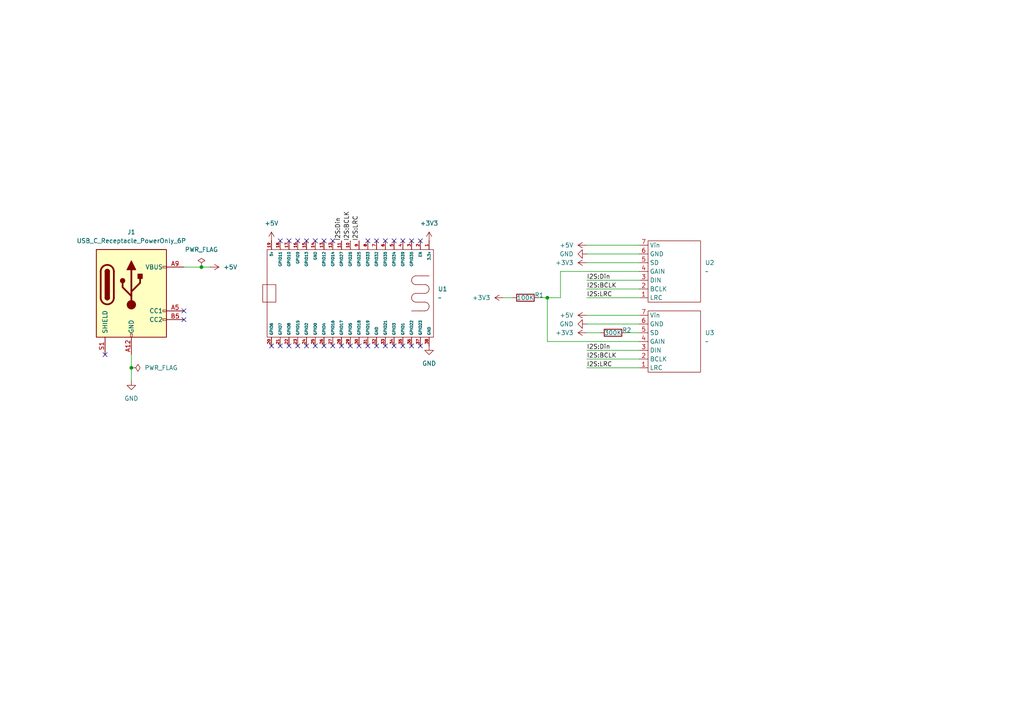
<source format=kicad_sch>
(kicad_sch (version 20250114) (generator "eeschema") (generator_version "9.0")
  (paper "A4")
  (lib_symbols
    (symbol "Connector:USB_C_Receptacle_PowerOnly_6P" (pin_names (offset 1.016))
      (property "Reference" "J" (at 0 16.51 0))
      (property "Value" "USB_C_Receptacle_PowerOnly_6P" (at 0 13.97 0))
      (symbol "USB_C_Receptacle_PowerOnly_6P_0_0"
        (rectangle (start -0.254 -12.7) (end 0.254 -11.684))
        (rectangle (start 10.16 7.874) (end 9.144 7.366))
        (rectangle (start 10.16 -4.826) (end 9.144 -5.334))
        (rectangle (start 10.16 -7.366) (end 9.144 -7.874))
      )
      (symbol "USB_C_Receptacle_PowerOnly_6P_0_1"
        (rectangle (start -10.16 12.7) (end 10.16 -12.7) (stroke (width 0.254)) (fill (type background)))
        (polyline (pts (xy -8.89 -1.27) (xy -8.89 6.35)) (stroke (width 0.508)))
        (rectangle (start -7.62 -1.27) (end -6.35 6.35) (stroke (width 0.254)) (fill (type outline)))
        (arc (start -7.62 6.35) (mid -6.985 6.9823) (end -6.35 6.35) (stroke (width 0.254)))
        (arc (start -7.62 6.35) (mid -6.985 6.9823) (end -6.35 6.35) (stroke (width 0.254)) (fill (type outline)))
        (arc (start -8.89 6.35) (mid -6.985 8.2467) (end -5.08 6.35) (stroke (width 0.508)))
        (arc (start -5.08 -1.27) (mid -6.985 -3.1667) (end -8.89 -1.27) (stroke (width 0.508)))
        (arc (start -6.35 -1.27) (mid -6.985 -1.9023) (end -7.62 -1.27) (stroke (width 0.254)))
        (arc (start -6.35 -1.27) (mid -6.985 -1.9023) (end -7.62 -1.27) (stroke (width 0.254)) (fill (type outline)))
        (polyline (pts (xy -5.08 6.35) (xy -5.08 -1.27)) (stroke (width 0.508)))
        (circle (center -2.54 3.683) (radius 0.635) (stroke (width 0.254)) (fill (type outline)))
        (polyline (pts (xy -1.27 6.858) (xy 0 9.398) (xy 1.27 6.858) (xy -1.27 6.858)) (stroke (width 0.254)) (fill (type outline)))
        (polyline (pts (xy 0 0.508) (xy 2.54 3.048) (xy 2.54 4.318)) (stroke (width 0.508)))
        (polyline (pts (xy 0 -0.762) (xy -2.54 1.778) (xy -2.54 3.048)) (stroke (width 0.508)))
        (polyline (pts (xy 0 -3.302) (xy 0 6.858)) (stroke (width 0.508)))
        (circle (center 0 -3.302) (radius 1.27) (fill (type outline)))
        (rectangle (start 1.905 4.318) (end 3.175 5.588) (stroke (width 0.254)) (fill (type outline)))
      )
      (symbol "USB_C_Receptacle_PowerOnly_6P_1_1"
        (pin passive line (at -7.62 -17.78 90) (length 5.08) (name "SHIELD") (number "S1"))
        (pin passive line (at 0 -17.78 90) (length 5.08) (name "GND") (number "A12"))
        (pin passive line (at 0 -17.78 90) (length 5.08) (hide yes) (name "GND") (number "B12"))
        (pin passive line (at 15.24 7.62 180) (length 5.08) (name "VBUS") (number "A9"))
        (pin passive line (at 15.24 7.62 180) (length 5.08) (hide yes) (name "VBUS") (number "B9"))
        (pin bidirectional line (at 15.24 -5.08 180) (length 5.08) (name "CC1") (number "A5"))
        (pin bidirectional line (at 15.24 -7.62 180) (length 5.08) (name "CC2") (number "B5"))
      )
    )
    (symbol "Device:R" (pin_numbers (hide yes)) (pin_names (offset 0))
      (property "Reference" "R" (at 2.032 0 90))
      (property "Value" "R" (at 0 0 90))
      (symbol "R_0_1"
        (rectangle (start -1.016 -2.54) (end 1.016 2.54) (stroke (width 0.254)))
      )
      (symbol "R_1_1"
        (pin passive line (at 0 3.81 270) (length 1.27) (name "~") (number "1"))
        (pin passive line (at 0 -3.81 90) (length 1.27) (name "~") (number "2"))
      )
    )
    (symbol "esp32:ESP32_38Pin"
      (property "Reference" "U" (at 0 0 0))
      (symbol "ESP32_38Pin_0_1"
        (rectangle (start -24.13 12.7) (end 24.13 -12.7))
        (polyline (pts (xy -21.59 5.08) (xy -20.32 5.08)))
        (polyline (pts (xy -21.59 2.54) (xy -20.32 2.54)))
        (polyline (pts (xy -21.59 0) (xy -20.32 0)))
        (polyline (pts (xy -21.59 -2.54) (xy -20.32 -2.54)))
        (arc (start -21.5975 2.5325) (mid -22.4933 2.9067) (end -22.8675 3.8025))
        (arc (start -21.5975 -2.5475) (mid -22.4933 -2.1733) (end -22.8675 -1.2775))
        (arc (start -22.86 3.81) (mid -22.4873 4.7073) (end -21.59 5.08))
        (arc (start -22.86 -1.27) (mid -22.4873 -0.3727) (end -21.59 0))
        (polyline (pts (xy -20.32 5.08) (xy -17.78 5.08)))
        (polyline (pts (xy -20.32 -5.08) (xy -22.86 -5.08)))
        (arc (start -17.7775 1.2675) (mid -18.1502 0.3702) (end -19.0475 -0.0025))
        (arc (start -17.7775 -3.8125) (mid -18.1502 -4.7098) (end -19.0475 -5.0825))
        (arc (start -19.04 2.545) (mid -18.1442 2.1708) (end -17.77 1.275))
        (arc (start -19.04 -2.535) (mid -18.1442 -2.9092) (end -17.77 -3.805))
        (polyline (pts (xy -19.0475 2.5375) (xy -20.3175 2.5375)))
        (polyline (pts (xy -19.0475 -0.0025) (xy -20.3175 -0.0025)))
        (polyline (pts (xy -19.0475 -2.5425) (xy -20.3175 -2.5425)))
        (polyline (pts (xy -19.0475 -5.0825) (xy -20.3175 -5.0825)))
        (rectangle (start 21.59 2.54) (end 25.4 -2.54))
      )
      (symbol "ESP32_38Pin_1_1"
        (pin power_in line (at -22.86 15.24 270) (length 2.54) (name "GND") (number "38"))
        (pin power_out line (at -22.86 -15.24 90) (length 2.54) (name "3.3v") (number "1"))
        (pin bidirectional line (at -20.32 15.24 270) (length 2.54) (name "GPIO23") (number "37"))
        (pin bidirectional line (at -20.32 -15.24 90) (length 2.54) (name "EN") (number "2"))
        (pin bidirectional line (at -17.78 15.24 270) (length 2.54) (name "GPIO22") (number "36"))
        (pin bidirectional line (at -17.78 -15.24 90) (length 2.54) (name "GPIO36") (number "3"))
        (pin bidirectional line (at -15.24 15.24 270) (length 2.54) (name "GPIO1") (number "35"))
        (pin bidirectional line (at -15.24 -15.24 90) (length 2.54) (name "GPIO39") (number "4"))
        (pin bidirectional line (at -12.7 15.24 270) (length 2.54) (name "GPIO3") (number "34"))
        (pin bidirectional line (at -12.7 -15.24 90) (length 2.54) (name "GPIO34") (number "5"))
        (pin bidirectional line (at -10.16 15.24 270) (length 2.54) (name "GPIO21") (number "33"))
        (pin bidirectional line (at -10.16 -15.24 90) (length 2.54) (name "GPIO35") (number "6"))
        (pin power_in line (at -7.62 15.24 270) (length 2.54) (name "GND") (number "32"))
        (pin bidirectional line (at -7.62 -15.24 90) (length 2.54) (name "GPIO32") (number "7"))
        (pin bidirectional line (at -5.08 15.24 270) (length 2.54) (name "GPIO19") (number "31"))
        (pin bidirectional line (at -5.08 -15.24 90) (length 2.54) (name "GPIO33") (number "8"))
        (pin bidirectional line (at -2.54 15.24 270) (length 2.54) (name "GPIO18") (number "30"))
        (pin bidirectional line (at -2.54 -15.24 90) (length 2.54) (name "GPIO25") (number "9"))
        (pin bidirectional line (at 0 15.24 270) (length 2.54) (name "GPIO5") (number "29"))
        (pin bidirectional line (at 0 -15.24 90) (length 2.54) (name "GPIO26") (number "10"))
        (pin bidirectional line (at 2.54 15.24 270) (length 2.54) (name "GPIO17") (number "28"))
        (pin bidirectional line (at 2.54 -15.24 90) (length 2.54) (name "GPIO27") (number "11"))
        (pin bidirectional line (at 5.08 15.24 270) (length 2.54) (name "GPIO16") (number "27"))
        (pin bidirectional line (at 5.08 -15.24 90) (length 2.54) (name "GPIO14") (number "12"))
        (pin bidirectional line (at 7.62 15.24 270) (length 2.54) (name "GPIO4") (number "26"))
        (pin bidirectional line (at 7.62 -15.24 90) (length 2.54) (name "GPIO12") (number "13"))
        (pin bidirectional line (at 10.16 15.24 270) (length 2.54) (name "GPIO0") (number "25"))
        (pin power_in line (at 10.16 -15.24 90) (length 2.54) (name "GND") (number "14"))
        (pin bidirectional line (at 12.7 15.24 270) (length 2.54) (name "GPIO2") (number "24"))
        (pin bidirectional line (at 12.7 -15.24 90) (length 2.54) (name "GPIO13") (number "15"))
        (pin bidirectional line (at 15.24 15.24 270) (length 2.54) (name "GPIO15") (number "23"))
        (pin bidirectional line (at 15.24 -15.24 90) (length 2.54) (name "GPIO9") (number "16"))
        (pin bidirectional line (at 17.78 15.24 270) (length 2.54) (name "GPIO8") (number "22"))
        (pin bidirectional line (at 17.78 -15.24 90) (length 2.54) (name "GPIO10") (number "17"))
        (pin bidirectional line (at 20.32 15.24 270) (length 2.54) (name "GPIO7") (number "21"))
        (pin bidirectional line (at 20.32 -15.24 90) (length 2.54) (name "GPIO11") (number "18"))
        (pin bidirectional line (at 22.86 15.24 270) (length 2.54) (name "GPIO6") (number "20"))
        (pin power_in line (at 22.86 -15.24 90) (length 2.54) (name "5v") (number "19"))
      )
    )
    (symbol "max98357:max98357a"
      (property "Reference" "U" (at 1.524 2.794 0))
      (symbol "max98357a_0_1"
        (rectangle (start 0 0) (end 15.24 -17.78))
      )
      (symbol "max98357a_1_1"
        (pin input line (at -2.54 -1.27 0) (length 2.54) (name "Vin") (number "7"))
        (pin input line (at -2.54 -3.81 0) (length 2.54) (name "GND") (number "6"))
        (pin input line (at -2.54 -6.35 0) (length 2.54) (name "SD") (number "5"))
        (pin input line (at -2.54 -8.89 0) (length 2.54) (name "GAIN") (number "4"))
        (pin input line (at -2.54 -11.43 0) (length 2.54) (name "DIN") (number "3"))
        (pin input line (at -2.54 -13.97 0) (length 2.54) (name "BCLK") (number "2"))
        (pin input line (at -2.54 -16.51 0) (length 2.54) (name "LRC") (number "1"))
      )
    )
    (symbol "power:+3V3" (power) (pin_numbers (hide yes)) (pin_names (offset 0) (hide yes))
      (property "Value" "+3V3" (at 0 3.556 0))
      (symbol "+3V3_0_1"
        (polyline (pts (xy -0.762 1.27) (xy 0 2.54)))
        (polyline (pts (xy 0 2.54) (xy 0.762 1.27)))
        (polyline (pts (xy 0 0) (xy 0 2.54)))
      )
      (symbol "+3V3_1_1"
        (pin power_in line (at 0 0 90) (length 0) (name "~") (number "1"))
      )
    )
    (symbol "power:+5V" (power) (pin_numbers (hide yes)) (pin_names (offset 0) (hide yes))
      (property "Value" "+5V" (at 0 3.556 0))
      (symbol "+5V_0_1"
        (polyline (pts (xy -0.762 1.27) (xy 0 2.54)))
        (polyline (pts (xy 0 2.54) (xy 0.762 1.27)))
        (polyline (pts (xy 0 0) (xy 0 2.54)))
      )
      (symbol "+5V_1_1"
        (pin power_in line (at 0 0 90) (length 0) (name "~") (number "1"))
      )
    )
    (symbol "power:GND" (power) (pin_numbers (hide yes)) (pin_names (offset 0) (hide yes))
      (property "Value" "GND" (at 0 -3.81 0))
      (symbol "GND_0_1"
        (polyline (pts (xy 0 0) (xy 0 -1.27) (xy 1.27 -1.27) (xy 0 -2.54) (xy -1.27 -1.27) (xy 0 -1.27)))
      )
      (symbol "GND_1_1"
        (pin power_in line (at 0 0 270) (length 0) (name "~") (number "1"))
      )
    )
    (symbol "power:PWR_FLAG" (power) (pin_numbers (hide yes)) (pin_names (offset 0) (hide yes))
      (property "Value" "PWR_FLAG" (at 0 3.81 0))
      (symbol "PWR_FLAG_0_0"
        (pin power_out line (at 0 0 90) (length 0) (name "~") (number "1"))
      )
      (symbol "PWR_FLAG_0_1"
        (polyline (pts (xy 0 0) (xy 0 1.27) (xy -1.016 1.905) (xy 0 2.54) (xy 1.016 1.905) (xy 0 1.27)))
      )
    )
  )
  (junction (at 38.1 106.68))
  (junction (at 158.75 86.36))
  (junction (at 58.42 77.47))
  (no_connect (at 88.9 100.33))
  (no_connect (at 83.82 69.85))
  (no_connect (at 86.36 69.85))
  (no_connect (at 83.82 100.33))
  (no_connect (at 53.34 92.71))
  (no_connect (at 91.44 69.85))
  (no_connect (at 121.92 69.85))
  (no_connect (at 93.98 100.33))
  (no_connect (at 111.76 69.85))
  (no_connect (at 96.52 69.85))
  (no_connect (at 111.76 100.33))
  (no_connect (at 109.22 100.33))
  (no_connect (at 104.14 100.33))
  (no_connect (at 91.44 100.33))
  (no_connect (at 101.6 100.33))
  (no_connect (at 106.68 69.85))
  (no_connect (at 86.36 100.33))
  (no_connect (at 109.22 69.85))
  (no_connect (at 96.52 100.33))
  (no_connect (at 116.84 100.33))
  (no_connect (at 119.38 69.85))
  (no_connect (at 106.68 100.33))
  (no_connect (at 99.06 100.33))
  (no_connect (at 88.9 69.85))
  (no_connect (at 81.28 100.33))
  (no_connect (at 78.74 100.33))
  (no_connect (at 114.3 69.85))
  (no_connect (at 121.92 100.33))
  (no_connect (at 30.48 102.87))
  (no_connect (at 114.3 100.33))
  (no_connect (at 81.28 69.85))
  (no_connect (at 119.38 100.33))
  (no_connect (at 116.84 69.85))
  (no_connect (at 53.34 90.17))
  (no_connect (at 93.98 69.85))
  (wire (pts (xy 38.1 102.87) (xy 38.1 106.68)))
  (wire (pts (xy 170.18 71.12) (xy 185.42 71.12)))
  (wire (pts (xy 162.56 86.36) (xy 162.56 78.74)))
  (wire (pts (xy 156.21 86.36) (xy 158.75 86.36)))
  (wire (pts (xy 38.1 106.68) (xy 38.1 110.49)))
  (wire (pts (xy 170.18 91.44) (xy 185.42 91.44)))
  (wire (pts (xy 170.18 106.68) (xy 185.42 106.68)))
  (wire (pts (xy 58.42 77.47) (xy 60.96 77.47)))
  (wire (pts (xy 170.18 93.98) (xy 185.42 93.98)))
  (wire (pts (xy 158.75 99.06) (xy 158.75 86.36)))
  (wire (pts (xy 158.75 86.36) (xy 162.56 86.36)))
  (wire (pts (xy 170.18 81.28) (xy 185.42 81.28)))
  (wire (pts (xy 185.42 76.2) (xy 170.18 76.2)))
  (wire (pts (xy 146.05 86.36) (xy 148.59 86.36)))
  (wire (pts (xy 170.18 83.82) (xy 185.42 83.82)))
  (wire (pts (xy 170.18 96.52) (xy 173.99 96.52)))
  (wire (pts (xy 170.18 101.6) (xy 185.42 101.6)))
  (wire (pts (xy 170.18 104.14) (xy 185.42 104.14)))
  (wire (pts (xy 158.75 99.06) (xy 185.42 99.06)))
  (wire (pts (xy 53.34 77.47) (xy 58.42 77.47)))
  (wire (pts (xy 170.18 86.36) (xy 185.42 86.36)))
  (wire (pts (xy 181.61 96.52) (xy 185.42 96.52)))
  (wire (pts (xy 170.18 73.66) (xy 185.42 73.66)))
  (wire (pts (xy 162.56 78.74) (xy 185.42 78.74)))
  (label "I2S:LRC" (at 104.14 69.85 90))
  (label "I2S:LRC" (at 170.18 86.36 0))
  (label "I2S:Din" (at 99.06 69.85 90))
  (label "I2S:BCLK" (at 170.18 83.82 0))
  (label "I2S:BCLK" (at 170.18 104.14 0))
  (label "I2S:Din" (at 170.18 101.6 0))
  (label "I2S:BCLK" (at 101.6 69.85 90))
  (label "I2S:Din" (at 170.18 81.28 0))
  (label "I2S:LRC" (at 170.18 106.68 0))
  (symbol (lib_id "max98357:max98357a") (at 187.96 90.17 0) (unit 1)
    (property "Reference" "U3" (at 204.47 96.5199 0) (effects (justify left)))
    (property "Value" "~" (at 204.47 99.0599 0) (effects (justify left)))
    (property "Footprint" "my_footprints:max98357" (effects (hide yes)))
  )
  (symbol (lib_id "power:+5V") (at 60.96 77.47 270) (unit 1)
    (property "Reference" "#PWR011" (effects (hide yes)))
    (property "Value" "+5V" (at 64.77 77.4699 90) (effects (justify left)))
    (property "Description" "Power symbol creates a global label with name \"+5V\"" (effects (hide yes)))
  )
  (symbol (lib_id "power:PWR_FLAG") (at 58.42 77.47 0) (unit 1)
    (property "Reference" "#FLG03" (effects (hide yes)))
    (property "Value" "PWR_FLAG" (at 58.42 72.39 0))
    (property "Description" "Special symbol for telling ERC where power comes from" (effects (hide yes)))
  )
  (symbol (lib_id "power:GND") (at 124.46 100.33 0) (unit 1)
    (property "Reference" "#PWR06" (effects (hide yes)))
    (property "Value" "GND" (at 124.46 105.41 0))
    (property "Description" "Power symbol creates a global label with name \"GND\" , ground" (effects (hide yes)))
  )
  (symbol (lib_id "power:+5V") (at 78.74 69.85 0) (unit 1)
    (property "Reference" "#PWR04" (effects (hide yes)))
    (property "Value" "+5V" (at 78.74 64.77 0))
    (property "Description" "Power symbol creates a global label with name \"+5V\"" (effects (hide yes)))
  )
  (symbol (lib_id "Device:R") (at 177.8 96.52 90) (unit 1)
    (property "Reference" "R2" (at 183.134 95.758 90) (effects (justify left)))
    (property "Value" "300K" (at 180.34 96.52 90) (effects (justify left)))
    (property "Footprint" "Resistor_SMD:R_0805_2012Metric" (effects (hide yes)))
    (property "Description" "Resistor" (effects (hide yes)))
  )
  (symbol (lib_id "power:+5V") (at 170.18 71.12 90) (unit 1)
    (property "Reference" "#PWR02" (effects (hide yes)))
    (property "Value" "+5V" (at 166.37 71.1199 90) (effects (justify left)))
    (property "Description" "Power symbol creates a global label with name \"+5V\"" (effects (hide yes)))
  )
  (symbol (lib_id "power:GND") (at 170.18 73.66 270) (unit 1)
    (property "Reference" "#PWR03" (effects (hide yes)))
    (property "Value" "GND" (at 166.37 73.6599 90) (effects (justify right)))
    (property "Description" "Power symbol creates a global label with name \"GND\" , ground" (effects (hide yes)))
  )
  (symbol (lib_id "Device:R") (at 152.4 86.36 90) (unit 1)
    (property "Reference" "R1" (at 157.734 85.598 90) (effects (justify left)))
    (property "Value" "100K" (at 154.94 86.36 90) (effects (justify left)))
    (property "Footprint" "Resistor_SMD:R_0805_2012Metric" (effects (hide yes)))
    (property "Description" "Resistor" (effects (hide yes)))
  )
  (symbol (lib_id "power:+3V3") (at 146.05 86.36 90) (unit 1)
    (property "Reference" "#PWR01" (effects (hide yes)))
    (property "Value" "+3V3" (at 142.24 86.3599 90) (effects (justify left)))
    (property "Description" "Power symbol creates a global label with name \"+3V3\"" (effects (hide yes)))
  )
  (symbol (lib_id "power:+3V3") (at 170.18 76.2 90) (unit 1)
    (property "Reference" "#PWR010" (effects (hide yes)))
    (property "Value" "+3V3" (at 166.37 76.1999 90) (effects (justify left)))
    (property "Description" "Power symbol creates a global label with name \"+3V3\"" (effects (hide yes)))
  )
  (symbol (lib_id "power:+5V") (at 170.18 91.44 90) (unit 1)
    (property "Reference" "#PWR07" (effects (hide yes)))
    (property "Value" "+5V" (at 166.37 91.4399 90) (effects (justify left)))
    (property "Description" "Power symbol creates a global label with name \"+5V\"" (effects (hide yes)))
  )
  (symbol (lib_id "Connector:USB_C_Receptacle_PowerOnly_6P") (at 38.1 85.09 0) (unit 1)
    (property "Reference" "J1" (at 38.1 67.31 0))
    (property "Value" "USB_C_Receptacle_PowerOnly_6P" (at 38.1 69.85 0))
    (property "Footprint" "Connector_USB:USB_C_Receptacle_GCT_USB4125-xx-x-0190_6P_TopMnt_Horizontal" (effects (hide yes)))
    (property "Datasheet" "https://www.usb.org/sites/default/files/documents/usb_type-c.zip" (effects (hide yes)))
    (property "Description" "USB Power-Only 6P Type-C Receptacle connector" (effects (hide yes)))
  )
  (symbol (lib_id "max98357:max98357a") (at 187.96 69.85 0) (unit 1)
    (property "Reference" "U2" (at 204.47 76.1999 0) (effects (justify left)))
    (property "Value" "~" (at 204.47 78.7399 0) (effects (justify left)))
    (property "Footprint" "my_footprints:max98357" (effects (hide yes)))
  )
  (symbol (lib_id "power:GND") (at 170.18 93.98 270) (unit 1)
    (property "Reference" "#PWR08" (effects (hide yes)))
    (property "Value" "GND" (at 166.37 93.9799 90) (effects (justify right)))
    (property "Description" "Power symbol creates a global label with name \"GND\" , ground" (effects (hide yes)))
  )
  (symbol (lib_id "power:+3V3") (at 170.18 96.52 90) (unit 1)
    (property "Reference" "#PWR09" (effects (hide yes)))
    (property "Value" "+3V3" (at 166.37 96.5199 90) (effects (justify left)))
    (property "Description" "Power symbol creates a global label with name \"+3V3\"" (effects (hide yes)))
  )
  (symbol (lib_id "power:+3V3") (at 124.46 69.85 0) (unit 1)
    (property "Reference" "#PWR05" (effects (hide yes)))
    (property "Value" "+3V3" (at 124.46 64.77 0))
    (property "Description" "Power symbol creates a global label with name \"+3V3\"" (effects (hide yes)))
  )
  (symbol (lib_id "power:PWR_FLAG") (at 38.1 106.68 270) (unit 1)
    (property "Reference" "#FLG04" (effects (hide yes)))
    (property "Value" "PWR_FLAG" (at 41.91 106.6799 90) (effects (justify left)))
    (property "Description" "Special symbol for telling ERC where power comes from" (effects (hide yes)))
  )
  (symbol (lib_id "power:GND") (at 38.1 110.49 0) (unit 1)
    (property "Reference" "#PWR012" (effects (hide yes)))
    (property "Value" "GND" (at 38.1 115.57 0))
    (property "Description" "Power symbol creates a global label with name \"GND\" , ground" (effects (hide yes)))
  )
  (symbol (lib_id "esp32:ESP32_38Pin") (at 101.6 85.09 180) (unit 1)
    (property "Reference" "U1" (at 127 83.8199 0) (effects (justify right)))
    (property "Value" "~" (at 127 86.3599 0) (effects (justify right)))
    (property "Footprint" "PCM_Espressif:ESP32-DevKitC" (effects (hide yes)))
  )
)
</source>
